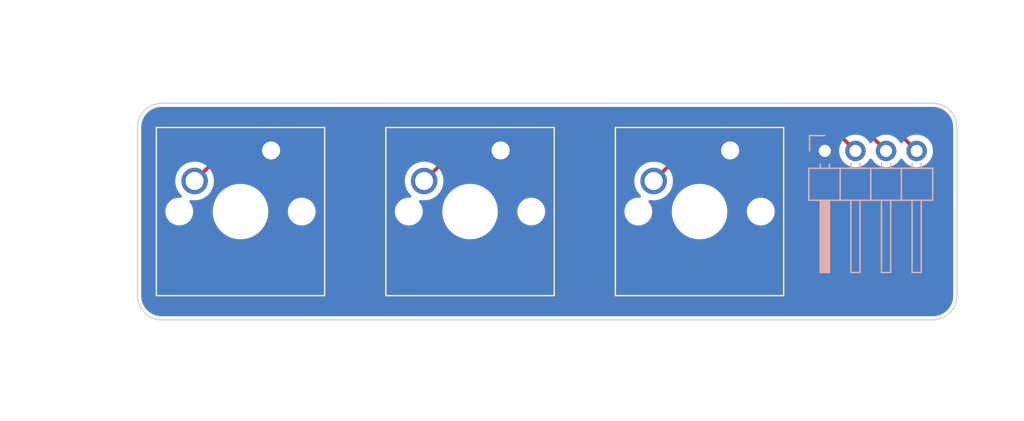
<source format=kicad_pcb>
(kicad_pcb (version 20240108) (generator "pcbnew") (generator_version "8.0")
  (title_block (title "Mechanical Switch Breakout PCB") (date "2024-06-07") (rev "0.1.1"))
  (layers (0 "F.Cu" signal) (31 "B.Cu" signal) (34 "B.Paste" user) (35 "F.Paste" user) (36 "B.SilkS" user "B.Silkscreen") (37 "F.SilkS" user "F.Silkscreen") (38 "B.Mask" user) (39 "F.Mask" user) (44 "Edge.Cuts" user))
  (net 0 "")
  (net 1 "/SW_1")
  (net 2 "/COMMON")
  (net 3 "/SW_3")
  (net 4 "/SW_2")
  (footprint "Button_Switch_Keyboard:SW_Cherry_MX_1.00u_PCB" (layer "F.Cu") (at 99.09 58.46)
    (property "Reference" "SW2" (hide yes))
    (property "Value" "SW_SPST" (hide yes))
    (fp_line (start -9.525 -1.905) (end 4.445 -1.905) (stroke (width 0.12)) (layer "F.SilkS"))
    (fp_line (start -9.525 12.065) (end -9.525 -1.905) (stroke (width 0.12)) (layer "F.SilkS"))
    (fp_line (start 4.445 -1.905) (end 4.445 12.065) (stroke (width 0.12)) (layer "F.SilkS"))
    (fp_line (start 4.445 12.065) (end -9.525 12.065) (stroke (width 0.12)) (layer "F.SilkS"))
    (pad "" np_thru_hole circle (at -7.62 5.08) (size 1.7 1.7) (drill 1.7) (layers "*.Cu" "*.Mask"))
    (pad "" np_thru_hole circle (at -2.54 5.08) (size 4 4) (drill 4) (layers "*.Cu" "*.Mask"))
    (pad "" np_thru_hole circle (at 2.54 5.08) (size 1.7 1.7) (drill 1.7) (layers "*.Cu" "*.Mask"))
    (pad "1" thru_hole circle (at 0 0) (size 2.2 2.2) (drill 1.5) (layers "*.Cu" "*.Mask") (net 2 "/COMMON"))
    (pad "2" thru_hole circle (at -6.35 2.54) (size 2.2 2.2) (drill 1.5) (layers "*.Cu" "*.Mask") (net 4 "/SW_2"))
  )
  (footprint "Button_Switch_Keyboard:SW_Cherry_MX_1.00u_PCB" (layer "F.Cu") (at 80.04 58.46)
    (property "Reference" "SW1" (hide yes))
    (property "Value" "SW_SPST" (hide yes))
    (fp_line (start -9.525 -1.905) (end 4.445 -1.905) (stroke (width 0.12)) (layer "F.SilkS"))
    (fp_line (start -9.525 12.065) (end -9.525 -1.905) (stroke (width 0.12)) (layer "F.SilkS"))
    (fp_line (start 4.445 -1.905) (end 4.445 12.065) (stroke (width 0.12)) (layer "F.SilkS"))
    (fp_line (start 4.445 12.065) (end -9.525 12.065) (stroke (width 0.12)) (layer "F.SilkS"))
    (pad "" np_thru_hole circle (at -7.62 5.08) (size 1.7 1.7) (drill 1.7) (layers "*.Cu" "*.Mask"))
    (pad "" np_thru_hole circle (at -2.54 5.08) (size 4 4) (drill 4) (layers "*.Cu" "*.Mask"))
    (pad "" np_thru_hole circle (at 2.54 5.08) (size 1.7 1.7) (drill 1.7) (layers "*.Cu" "*.Mask"))
    (pad "1" thru_hole circle (at 0 0) (size 2.2 2.2) (drill 1.5) (layers "*.Cu" "*.Mask") (net 2 "/COMMON"))
    (pad "2" thru_hole circle (at -6.35 2.54) (size 2.2 2.2) (drill 1.5) (layers "*.Cu" "*.Mask") (net 1 "/SW_1"))
  )
  (footprint "Button_Switch_Keyboard:SW_Cherry_MX_1.00u_PCB" (layer "F.Cu") (at 118.14 58.46)
    (property "Reference" "SW3" (hide yes))
    (property "Value" "SW_SPST" (hide yes))
    (fp_line (start -9.525 -1.905) (end 4.445 -1.905) (stroke (width 0.12)) (layer "F.SilkS"))
    (fp_line (start -9.525 12.065) (end -9.525 -1.905) (stroke (width 0.12)) (layer "F.SilkS"))
    (fp_line (start 4.445 -1.905) (end 4.445 12.065) (stroke (width 0.12)) (layer "F.SilkS"))
    (fp_line (start 4.445 12.065) (end -9.525 12.065) (stroke (width 0.12)) (layer "F.SilkS"))
    (pad "" np_thru_hole circle (at -7.62 5.08) (size 1.7 1.7) (drill 1.7) (layers "*.Cu" "*.Mask"))
    (pad "" np_thru_hole circle (at -2.54 5.08) (size 4 4) (drill 4) (layers "*.Cu" "*.Mask"))
    (pad "" np_thru_hole circle (at 2.54 5.08) (size 1.7 1.7) (drill 1.7) (layers "*.Cu" "*.Mask"))
    (pad "1" thru_hole circle (at 0 0) (size 2.2 2.2) (drill 1.5) (layers "*.Cu" "*.Mask") (net 2 "/COMMON"))
    (pad "2" thru_hole circle (at -6.35 2.54) (size 2.2 2.2) (drill 1.5) (layers "*.Cu" "*.Mask") (net 3 "/SW_3"))
  )
  (footprint "Connector_PinHeader_2.54mm:PinHeader_1x04_P2.54mm_Horizontal" (layer "B.Cu") (at 126 58.5 -90)
    (property "Reference" "J1" (hide yes))
    (property "Value" "Conn_01x04_Pin" (hide yes))
    (fp_line (start 1.44 1.33) (end 4.1 1.33) (stroke (width 0.12)) (layer "B.SilkS"))
    (fp_line (start 4.1 1.33) (end 4.1 -8.95) (stroke (width 0.12)) (layer "B.SilkS"))
    (fp_line (start -1.27 1.27) (end -1.27 0) (stroke (width 0.12)) (layer "B.SilkS"))
    (fp_line (start 0 1.27) (end -1.27 1.27) (stroke (width 0.12)) (layer "B.SilkS"))
    (fp_line (start 1.44 0.38) (end 1.11 0.38) (stroke (width 0.12)) (layer "B.SilkS"))
    (fp_line (start 10.1 0.38) (end 4.1 0.38) (stroke (width 0.12)) (layer "B.SilkS"))
    (fp_line (start 10.1 0.32) (end 4.1 0.32) (stroke (width 0.12)) (layer "B.SilkS"))
    (fp_line (start 10.1 0.2) (end 4.1 0.2) (stroke (width 0.12)) (layer "B.SilkS"))
    (fp_line (start 10.1 0.08) (end 4.1 0.08) (stroke (width 0.12)) (layer "B.SilkS"))
    (fp_line (start 10.1 -0.04) (end 4.1 -0.04) (stroke (width 0.12)) (layer "B.SilkS"))
    (fp_line (start 10.1 -0.16) (end 4.1 -0.16) (stroke (width 0.12)) (layer "B.SilkS"))
    (fp_line (start 10.1 -0.28) (end 4.1 -0.28) (stroke (width 0.12)) (layer "B.SilkS"))
    (fp_line (start 1.44 -0.38) (end 1.11 -0.38) (stroke (width 0.12)) (layer "B.SilkS"))
    (fp_line (start 4.1 -0.38) (end 10.1 -0.38) (stroke (width 0.12)) (layer "B.SilkS"))
    (fp_line (start 10.1 -0.38) (end 10.1 0.38) (stroke (width 0.12)) (layer "B.SilkS"))
    (fp_line (start 4.1 -1.27) (end 1.44 -1.27) (stroke (width 0.12)) (layer "B.SilkS"))
    (fp_line (start 1.44 -2.16) (end 1.042929 -2.16) (stroke (width 0.12)) (layer "B.SilkS"))
    (fp_line (start 10.1 -2.16) (end 4.1 -2.16) (stroke (width 0.12)) (layer "B.SilkS"))
    (fp_line (start 1.44 -2.92) (end 1.042929 -2.92) (stroke (width 0.12)) (layer "B.SilkS"))
    (fp_line (start 4.1 -2.92) (end 10.1 -2.92) (stroke (width 0.12)) (layer "B.SilkS"))
    (fp_line (start 10.1 -2.92) (end 10.1 -2.16) (stroke (width 0.12)) (layer "B.SilkS"))
    (fp_line (start 4.1 -3.81) (end 1.44 -3.81) (stroke (width 0.12)) (layer "B.SilkS"))
    (fp_line (start 1.44 -4.7) (end 1.042929 -4.7) (stroke (width 0.12)) (layer "B.SilkS"))
    (fp_line (start 10.1 -4.7) (end 4.1 -4.7) (stroke (width 0.12)) (layer "B.SilkS"))
    (fp_line (start 1.44 -5.46) (end 1.042929 -5.46) (stroke (width 0.12)) (layer "B.SilkS"))
    (fp_line (start 4.1 -5.46) (end 10.1 -5.46) (stroke (width 0.12)) (layer "B.SilkS"))
    (fp_line (start 10.1 -5.46) (end 10.1 -4.7) (stroke (width 0.12)) (layer "B.SilkS"))
    (fp_line (start 4.1 -6.35) (end 1.44 -6.35) (stroke (width 0.12)) (layer "B.SilkS"))
    (fp_line (start 1.44 -7.24) (end 1.042929 -7.24) (stroke (width 0.12)) (layer "B.SilkS"))
    (fp_line (start 10.1 -7.24) (end 4.1 -7.24) (stroke (width 0.12)) (layer "B.SilkS"))
    (fp_line (start 1.44 -8) (end 1.042929 -8) (stroke (width 0.12)) (layer "B.SilkS"))
    (fp_line (start 4.1 -8) (end 10.1 -8) (stroke (width 0.12)) (layer "B.SilkS"))
    (fp_line (start 10.1 -8) (end 10.1 -7.24) (stroke (width 0.12)) (layer "B.SilkS"))
    (fp_line (start 1.44 -8.95) (end 1.44 1.33) (stroke (width 0.12)) (layer "B.SilkS"))
    (fp_line (start 4.1 -8.95) (end 1.44 -8.95) (stroke (width 0.12)) (layer "B.SilkS"))
    (pad "1" thru_hole rect (at 0 0 270) (size 1.7 1.7) (drill 1) (layers "*.Cu" "*.Mask") (net 2 "/COMMON"))
    (pad "2" thru_hole oval (at 0 -2.54 270) (size 1.7 1.7) (drill 1) (layers "*.Cu" "*.Mask") (net 3 "/SW_3"))
    (pad "3" thru_hole oval (at 0 -5.08 270) (size 1.7 1.7) (drill 1) (layers "*.Cu" "*.Mask") (net 4 "/SW_2"))
    (pad "4" thru_hole oval (at 0 -7.62 270) (size 1.7 1.7) (drill 1) (layers "*.Cu" "*.Mask") (net 1 "/SW_1"))
  )
  (gr_line (start 134.957499 54.540001) (end 70.9575 54.54) (stroke (width 0.1)) (layer "Edge.Cuts"))
  (gr_arc (start 134.957499 54.540001) (mid 136.371713 55.125787) (end 136.957499 56.540001) (stroke (width 0.1)) (layer "Edge.Cuts"))
  (gr_line (start 136.957499 70.539999) (end 136.957499 56.540001) (stroke (width 0.1)) (layer "Edge.Cuts"))
  (gr_arc (start 70.957501 72.539999) (mid 69.543287 71.954213) (end 68.957501 70.539999) (stroke (width 0.1)) (layer "Edge.Cuts"))
  (gr_line (start 70.957501 72.539999) (end 134.957499 72.539999) (stroke (width 0.1)) (layer "Edge.Cuts"))
  (gr_arc (start 136.957499 70.539999) (mid 136.371713 71.954213) (end 134.957499 72.539999) (stroke (width 0.1)) (layer "Edge.Cuts"))
  (gr_line (start 68.9575 56.54) (end 68.957501 70.539999) (stroke (width 0.1)) (layer "Edge.Cuts"))
  (gr_arc (start 68.9575 56.54) (mid 69.543286 55.125786) (end 70.9575 54.54) (stroke (width 0.1)) (layer "Edge.Cuts"))
  (segment (start 78.461 56.229) (end 73.69 61) (width 0.3) (layer "F.Cu") (net 1))
  (segment (start 131.349 56.229) (end 78.461 56.229) (width 0.3) (layer "F.Cu") (net 1))
  (segment (start 133.62 58.5) (end 131.349 56.229) (width 0.3) (layer "F.Cu") (net 1))
  (segment (start 127.123 57.083) (end 115.707 57.083) (width 0.3) (layer "F.Cu") (net 3))
  (segment (start 128.54 58.5) (end 127.123 57.083) (width 0.3) (layer "F.Cu") (net 3))
  (segment (start 115.707 57.083) (end 111.79 61) (width 0.3) (layer "F.Cu") (net 3))
  (segment (start 129.236 56.656) (end 97.084 56.656) (width 0.3) (layer "F.Cu") (net 4))
  (segment (start 131.08 58.5) (end 129.236 56.656) (width 0.3) (layer "F.Cu") (net 4))
  (segment (start 97.084 56.656) (end 92.74 61) (width 0.3) (layer "F.Cu") (net 4))
  (zone (net 2) (net_name "/COMMON") (layer "B.Cu") (connect_pads yes (clearance 0.5)) (min_thickness 0.25) (fill yes (thermal_gap 0.5) (thermal_bridge_width 0.5))
    (polygon (pts (xy 57.54 45.96) (xy 57.54 80.96) (xy 142.54 80.96) (xy 142.54 45.96)))
  )
)
</source>
